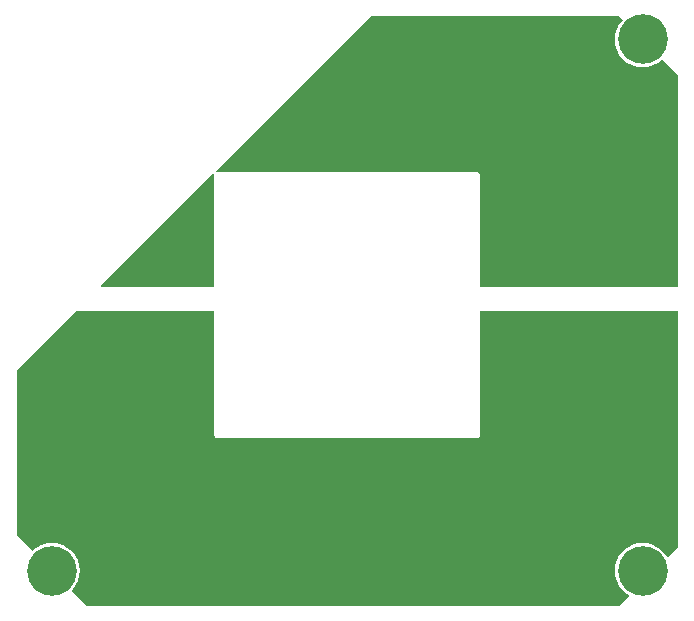
<source format=gtl>
G04*
G04 #@! TF.GenerationSoftware,Altium Limited,Altium Designer,22.1.2 (22)*
G04*
G04 Layer_Physical_Order=1*
G04 Layer_Color=255*
%FSLAX25Y25*%
%MOIN*%
G70*
G04*
G04 #@! TF.SameCoordinates,382241DD-9174-41C4-80FE-42B68BCE7A43*
G04*
G04*
G04 #@! TF.FilePolarity,Positive*
G04*
G01*
G75*
G04:AMPARAMS|DCode=11|XSize=275.59mil|YSize=106.3mil|CornerRadius=5.32mil|HoleSize=0mil|Usage=FLASHONLY|Rotation=0.000|XOffset=0mil|YOffset=0mil|HoleType=Round|Shape=RoundedRectangle|*
%AMROUNDEDRECTD11*
21,1,0.27559,0.09567,0,0,0.0*
21,1,0.26496,0.10630,0,0,0.0*
1,1,0.01063,0.13248,-0.04784*
1,1,0.01063,-0.13248,-0.04784*
1,1,0.01063,-0.13248,0.04784*
1,1,0.01063,0.13248,0.04784*
%
%ADD11ROUNDEDRECTD11*%
%ADD15C,0.09055*%
%ADD16C,0.16535*%
G36*
X209950Y203435D02*
X208792Y202024D01*
X207932Y200414D01*
X207402Y198667D01*
X207223Y196850D01*
X207402Y195034D01*
X207932Y193287D01*
X208792Y191677D01*
X209950Y190265D01*
X211362Y189107D01*
X212972Y188247D01*
X214719Y187717D01*
X216535Y187538D01*
X218352Y187717D01*
X220099Y188247D01*
X221709Y189107D01*
X223120Y190265D01*
X228346Y185039D01*
Y114173D01*
X162437D01*
Y151575D01*
X162359Y151965D01*
X162138Y152296D01*
X161808Y152517D01*
X161417Y152594D01*
X74803D01*
X74501Y152534D01*
X74290Y152774D01*
X74207Y152947D01*
X125984Y204724D01*
X208661D01*
X209950Y203435D01*
D02*
G37*
G36*
X73604Y152088D02*
X73844Y151877D01*
X73784Y151575D01*
Y114173D01*
X36086D01*
X35895Y114635D01*
X73431Y152171D01*
X73604Y152088D01*
D02*
G37*
G36*
X228346Y27559D02*
X225052Y24264D01*
X224557Y24338D01*
X224278Y24859D01*
X223120Y26270D01*
X221709Y27428D01*
X220099Y28289D01*
X218352Y28819D01*
X216535Y28998D01*
X214719Y28819D01*
X212972Y28289D01*
X211362Y27428D01*
X209950Y26270D01*
X208792Y24859D01*
X207932Y23249D01*
X207402Y21502D01*
X207223Y19685D01*
X207402Y17868D01*
X207932Y16121D01*
X208792Y14511D01*
X209950Y13100D01*
X211362Y11942D01*
X211883Y11663D01*
X211956Y11169D01*
X208661Y7874D01*
X31496D01*
X26270Y13100D01*
X27428Y14511D01*
X28289Y16121D01*
X28819Y17868D01*
X28998Y19685D01*
X28819Y21502D01*
X28289Y23249D01*
X27428Y24859D01*
X26270Y26270D01*
X24859Y27428D01*
X23249Y28289D01*
X21502Y28819D01*
X19685Y28998D01*
X17868Y28819D01*
X16121Y28289D01*
X14511Y27428D01*
X13100Y26270D01*
X7874Y31496D01*
Y86614D01*
X27559Y106299D01*
X73784D01*
Y64961D01*
X73861Y64570D01*
X74082Y64240D01*
X74413Y64019D01*
X74803Y63941D01*
X161417D01*
X161808Y64019D01*
X162138Y64240D01*
X162359Y64570D01*
X162437Y64961D01*
Y106299D01*
X228346D01*
Y27559D01*
D02*
G37*
D11*
X118110Y158268D02*
D03*
Y58268D02*
D03*
D15*
X196063Y120079D02*
D03*
X212598D02*
D03*
Y98425D02*
D03*
X196063D02*
D03*
D16*
X216535Y19685D02*
D03*
X19685D02*
D03*
X216535Y196850D02*
D03*
M02*

</source>
